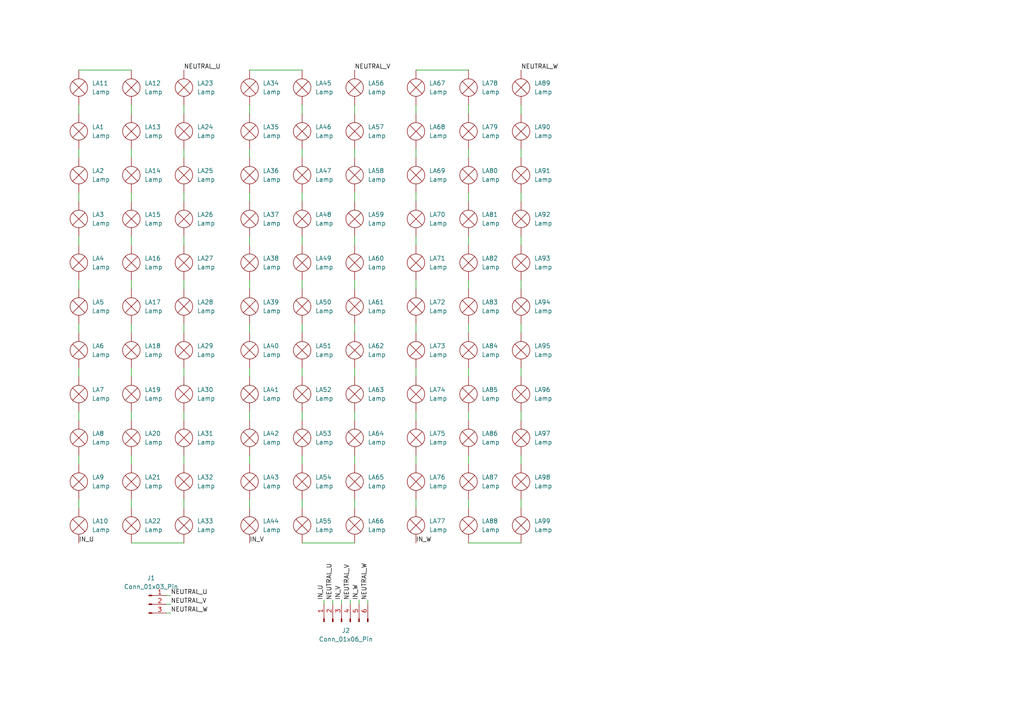
<source format=kicad_sch>
(kicad_sch (version 20230121) (generator eeschema)
  (paper "A4")
  (lib_symbols
    (symbol "Connector:Conn_01x03_Pin" (pin_names (offset 1.016) hide)
      (property "Reference" "J" (at 0 5.08 0))
      (property "Value" "Conn_01x03_Pin" (at 0 -5.08 0))
      (symbol "Conn_01x03_Pin_1_1"
        (polyline (pts (xy 1.27 -2.54) (xy 0.8636 -2.54)) (stroke (width 0.1524)))
        (polyline (pts (xy 1.27 0) (xy 0.8636 0)) (stroke (width 0.1524)))
        (polyline (pts (xy 1.27 2.54) (xy 0.8636 2.54)) (stroke (width 0.1524)))
        (rectangle (start 0.8636 -2.413) (end 0 -2.667) (stroke (width 0.1524)) (fill (type outline)))
        (rectangle (start 0.8636 0.127) (end 0 -0.127) (stroke (width 0.1524)) (fill (type outline)))
        (rectangle (start 0.8636 2.667) (end 0 2.413) (stroke (width 0.1524)) (fill (type outline)))
        (pin passive line (at 5.08 2.54 180) (length 3.81) (name "Pin_1") (number "1"))
        (pin passive line (at 5.08 0 180) (length 3.81) (name "Pin_2") (number "2"))
        (pin passive line (at 5.08 -2.54 180) (length 3.81) (name "Pin_3") (number "3"))
      )
    )
    (symbol "Connector:Conn_01x06_Pin" (pin_names (offset 1.016) hide)
      (property "Reference" "J" (at 0 7.62 0))
      (property "Value" "Conn_01x06_Pin" (at 0 -10.16 0))
      (symbol "Conn_01x06_Pin_1_1"
        (polyline (pts (xy 1.27 -7.62) (xy 0.8636 -7.62)) (stroke (width 0.1524)))
        (polyline (pts (xy 1.27 -5.08) (xy 0.8636 -5.08)) (stroke (width 0.1524)))
        (polyline (pts (xy 1.27 -2.54) (xy 0.8636 -2.54)) (stroke (width 0.1524)))
        (polyline (pts (xy 1.27 0) (xy 0.8636 0)) (stroke (width 0.1524)))
        (polyline (pts (xy 1.27 2.54) (xy 0.8636 2.54)) (stroke (width 0.1524)))
        (polyline (pts (xy 1.27 5.08) (xy 0.8636 5.08)) (stroke (width 0.1524)))
        (rectangle (start 0.8636 -7.493) (end 0 -7.747) (stroke (width 0.1524)) (fill (type outline)))
        (rectangle (start 0.8636 -4.953) (end 0 -5.207) (stroke (width 0.1524)) (fill (type outline)))
        (rectangle (start 0.8636 -2.413) (end 0 -2.667) (stroke (width 0.1524)) (fill (type outline)))
        (rectangle (start 0.8636 0.127) (end 0 -0.127) (stroke (width 0.1524)) (fill (type outline)))
        (rectangle (start 0.8636 2.667) (end 0 2.413) (stroke (width 0.1524)) (fill (type outline)))
        (rectangle (start 0.8636 5.207) (end 0 4.953) (stroke (width 0.1524)) (fill (type outline)))
        (pin passive line (at 5.08 5.08 180) (length 3.81) (name "Pin_1") (number "1"))
        (pin passive line (at 5.08 2.54 180) (length 3.81) (name "Pin_2") (number "2"))
        (pin passive line (at 5.08 0 180) (length 3.81) (name "Pin_3") (number "3"))
        (pin passive line (at 5.08 -2.54 180) (length 3.81) (name "Pin_4") (number "4"))
        (pin passive line (at 5.08 -5.08 180) (length 3.81) (name "Pin_5") (number "5"))
        (pin passive line (at 5.08 -7.62 180) (length 3.81) (name "Pin_6") (number "6"))
      )
    )
    (symbol "Device:Lamp" (pin_numbers hide) (pin_names (offset 0.0254) hide)
      (property "Reference" "LA" (at 0.635 3.81 0))
      (property "Value" "Lamp" (at 0.635 -3.81 0))
      (symbol "Lamp_0_1"
        (polyline (pts (xy -1.778 1.778) (xy 1.778 -1.778)))
        (polyline (pts (xy 1.778 1.778) (xy -1.778 -1.778)))
        (circle (center 0 0) (radius 2.54))
      )
      (symbol "Lamp_1_1"
        (pin passive line (at 0 -5.08 90) (length 2.54) (name "-") (number "1"))
        (pin passive line (at 0 5.08 270) (length 2.54) (name "+") (number "2"))
      )
    )
  )
  (wire (pts (xy 151.13 93.98) (xy 151.13 96.52)))
  (wire (pts (xy 53.34 119.38) (xy 53.34 121.92)))
  (wire (pts (xy 87.63 30.48) (xy 87.63 33.02)))
  (wire (pts (xy 53.34 55.88) (xy 53.34 58.42)))
  (wire (pts (xy 38.1 132.08) (xy 38.1 134.62)))
  (wire (pts (xy 87.63 55.88) (xy 87.63 58.42)))
  (wire (pts (xy 49.53 177.8) (xy 48.26 177.8)))
  (wire (pts (xy 38.1 157.48) (xy 53.34 157.48)))
  (wire (pts (xy 72.39 43.18) (xy 72.39 45.72)))
  (wire (pts (xy 22.86 144.78) (xy 22.86 147.32)))
  (wire (pts (xy 53.34 144.78) (xy 53.34 147.32)))
  (wire (pts (xy 135.89 81.28) (xy 135.89 83.82)))
  (wire (pts (xy 72.39 93.98) (xy 72.39 96.52)))
  (wire (pts (xy 38.1 119.38) (xy 38.1 121.92)))
  (wire (pts (xy 151.13 68.58) (xy 151.13 71.12)))
  (wire (pts (xy 102.87 68.58) (xy 102.87 71.12)))
  (wire (pts (xy 22.86 132.08) (xy 22.86 134.62)))
  (wire (pts (xy 120.65 20.32) (xy 135.89 20.32)))
  (wire (pts (xy 72.39 68.58) (xy 72.39 71.12)))
  (wire (pts (xy 151.13 106.68) (xy 151.13 109.22)))
  (wire (pts (xy 87.63 68.58) (xy 87.63 71.12)))
  (wire (pts (xy 22.86 43.18) (xy 22.86 45.72)))
  (wire (pts (xy 120.65 132.08) (xy 120.65 134.62)))
  (wire (pts (xy 72.39 20.32) (xy 87.63 20.32)))
  (wire (pts (xy 135.89 68.58) (xy 135.89 71.12)))
  (wire (pts (xy 53.34 68.58) (xy 53.34 71.12)))
  (wire (pts (xy 151.13 43.18) (xy 151.13 45.72)))
  (wire (pts (xy 120.65 106.68) (xy 120.65 109.22)))
  (wire (pts (xy 38.1 68.58) (xy 38.1 71.12)))
  (wire (pts (xy 135.89 30.48) (xy 135.89 33.02)))
  (wire (pts (xy 49.53 172.72) (xy 48.26 172.72)))
  (wire (pts (xy 72.39 55.88) (xy 72.39 58.42)))
  (wire (pts (xy 102.87 93.98) (xy 102.87 96.52)))
  (wire (pts (xy 135.89 93.98) (xy 135.89 96.52)))
  (wire (pts (xy 22.86 93.98) (xy 22.86 96.52)))
  (wire (pts (xy 102.87 55.88) (xy 102.87 58.42)))
  (wire (pts (xy 120.65 93.98) (xy 120.65 96.52)))
  (wire (pts (xy 87.63 132.08) (xy 87.63 134.62)))
  (wire (pts (xy 38.1 30.48) (xy 38.1 33.02)))
  (wire (pts (xy 135.89 55.88) (xy 135.89 58.42)))
  (wire (pts (xy 22.86 20.32) (xy 38.1 20.32)))
  (wire (pts (xy 151.13 81.28) (xy 151.13 83.82)))
  (wire (pts (xy 53.34 93.98) (xy 53.34 96.52)))
  (wire (pts (xy 120.65 68.58) (xy 120.65 71.12)))
  (wire (pts (xy 102.87 81.28) (xy 102.87 83.82)))
  (wire (pts (xy 22.86 81.28) (xy 22.86 83.82)))
  (wire (pts (xy 102.87 30.48) (xy 102.87 33.02)))
  (wire (pts (xy 87.63 81.28) (xy 87.63 83.82)))
  (wire (pts (xy 38.1 43.18) (xy 38.1 45.72)))
  (wire (pts (xy 120.65 30.48) (xy 120.65 33.02)))
  (wire (pts (xy 151.13 30.48) (xy 151.13 33.02)))
  (wire (pts (xy 120.65 43.18) (xy 120.65 45.72)))
  (wire (pts (xy 102.87 144.78) (xy 102.87 147.32)))
  (wire (pts (xy 120.65 55.88) (xy 120.65 58.42)))
  (wire (pts (xy 53.34 43.18) (xy 53.34 45.72)))
  (wire (pts (xy 102.87 119.38) (xy 102.87 121.92)))
  (wire (pts (xy 120.65 144.78) (xy 120.65 147.32)))
  (wire (pts (xy 87.63 106.68) (xy 87.63 109.22)))
  (wire (pts (xy 72.39 144.78) (xy 72.39 147.32)))
  (wire (pts (xy 104.14 173.99) (xy 104.14 175.26)))
  (wire (pts (xy 38.1 93.98) (xy 38.1 96.52)))
  (wire (pts (xy 151.13 132.08) (xy 151.13 134.62)))
  (wire (pts (xy 72.39 119.38) (xy 72.39 121.92)))
  (wire (pts (xy 135.89 132.08) (xy 135.89 134.62)))
  (wire (pts (xy 120.65 81.28) (xy 120.65 83.82)))
  (wire (pts (xy 135.89 106.68) (xy 135.89 109.22)))
  (wire (pts (xy 38.1 81.28) (xy 38.1 83.82)))
  (wire (pts (xy 87.63 144.78) (xy 87.63 147.32)))
  (wire (pts (xy 151.13 55.88) (xy 151.13 58.42)))
  (wire (pts (xy 102.87 43.18) (xy 102.87 45.72)))
  (wire (pts (xy 53.34 81.28) (xy 53.34 83.82)))
  (wire (pts (xy 106.68 173.99) (xy 106.68 175.26)))
  (wire (pts (xy 135.89 157.48) (xy 151.13 157.48)))
  (wire (pts (xy 135.89 144.78) (xy 135.89 147.32)))
  (wire (pts (xy 99.06 173.99) (xy 99.06 175.26)))
  (wire (pts (xy 96.52 173.99) (xy 96.52 175.26)))
  (wire (pts (xy 87.63 93.98) (xy 87.63 96.52)))
  (wire (pts (xy 151.13 119.38) (xy 151.13 121.92)))
  (wire (pts (xy 22.86 30.48) (xy 22.86 33.02)))
  (wire (pts (xy 102.87 132.08) (xy 102.87 134.62)))
  (wire (pts (xy 102.87 106.68) (xy 102.87 109.22)))
  (wire (pts (xy 120.65 119.38) (xy 120.65 121.92)))
  (wire (pts (xy 53.34 132.08) (xy 53.34 134.62)))
  (wire (pts (xy 87.63 43.18) (xy 87.63 45.72)))
  (wire (pts (xy 87.63 157.48) (xy 102.87 157.48)))
  (wire (pts (xy 72.39 81.28) (xy 72.39 83.82)))
  (wire (pts (xy 38.1 55.88) (xy 38.1 58.42)))
  (wire (pts (xy 72.39 106.68) (xy 72.39 109.22)))
  (wire (pts (xy 22.86 106.68) (xy 22.86 109.22)))
  (wire (pts (xy 93.98 173.99) (xy 93.98 175.26)))
  (wire (pts (xy 135.89 43.18) (xy 135.89 45.72)))
  (wire (pts (xy 101.6 173.99) (xy 101.6 175.26)))
  (wire (pts (xy 53.34 106.68) (xy 53.34 109.22)))
  (wire (pts (xy 135.89 119.38) (xy 135.89 121.92)))
  (wire (pts (xy 22.86 55.88) (xy 22.86 58.42)))
  (wire (pts (xy 72.39 132.08) (xy 72.39 134.62)))
  (wire (pts (xy 87.63 119.38) (xy 87.63 121.92)))
  (wire (pts (xy 49.53 175.26) (xy 48.26 175.26)))
  (wire (pts (xy 53.34 30.48) (xy 53.34 33.02)))
  (wire (pts (xy 22.86 119.38) (xy 22.86 121.92)))
  (wire (pts (xy 151.13 144.78) (xy 151.13 147.32)))
  (wire (pts (xy 38.1 144.78) (xy 38.1 147.32)))
  (wire (pts (xy 72.39 30.48) (xy 72.39 33.02)))
  (wire (pts (xy 38.1 106.68) (xy 38.1 109.22)))
  (wire (pts (xy 22.86 68.58) (xy 22.86 71.12)))
  (label "IN_V" (at 72.39 157.48 0))
  (label "NEUTRAL_U" (at 49.53 172.72 0))
  (label "NEUTRAL_V" (at 49.53 175.26 0))
  (label "NEUTRAL_U" (at 96.52 173.99 90))
  (label "NEUTRAL_V" (at 101.6 173.99 90))
  (label "IN_U" (at 22.86 157.48 0))
  (label "IN_W" (at 120.65 157.48 0))
  (label "NEUTRAL_U" (at 53.34 20.32 0))
  (label "NEUTRAL_W" (at 151.13 20.32 0))
  (label "NEUTRAL_V" (at 102.87 20.32 0))
  (label "IN_W" (at 104.14 173.99 90))
  (label "NEUTRAL_W" (at 49.53 177.8 0))
  (label "NEUTRAL_W" (at 106.68 173.99 90))
  (label "IN_V" (at 99.06 173.99 90))
  (label "IN_U" (at 93.98 173.99 90))
  (symbol (lib_id "Device:Lamp") (at 151.13 114.3 0) (unit 1)
    (property "Reference" "LA96" (at 154.94 113.03 0) (effects (justify left)))
    (property "Value" "Lamp" (at 154.94 115.57 0) (effects (justify left)))
    (property "Footprint" "Connector_PinHeader_2.54mm:PinHeader_1x02_P2.54mm_Vertical" (effects hide))
  )
  (symbol (lib_id "Device:Lamp") (at 135.89 63.5 0) (unit 1)
    (property "Reference" "LA81" (at 139.7 62.23 0) (effects (justify left)))
    (property "Value" "Lamp" (at 139.7 64.77 0) (effects (justify left)))
    (property "Footprint" "Connector_PinHeader_2.54mm:PinHeader_1x02_P2.54mm_Vertical" (effects hide))
  )
  (symbol (lib_id "Device:Lamp") (at 22.86 63.5 0) (unit 1)
    (property "Reference" "LA3" (at 26.67 62.23 0) (effects (justify left)))
    (property "Value" "Lamp" (at 26.67 64.77 0) (effects (justify left)))
    (property "Footprint" "Connector_PinHeader_2.54mm:PinHeader_1x02_P2.54mm_Vertical" (effects hide))
  )
  (symbol (lib_id "Device:Lamp") (at 72.39 76.2 0) (unit 1)
    (property "Reference" "LA38" (at 76.2 74.93 0) (effects (justify left)))
    (property "Value" "Lamp" (at 76.2 77.47 0) (effects (justify left)))
    (property "Footprint" "Connector_PinHeader_2.54mm:PinHeader_1x02_P2.54mm_Vertical" (effects hide))
  )
  (symbol (lib_id "Device:Lamp") (at 72.39 127 0) (unit 1)
    (property "Reference" "LA42" (at 76.2 125.73 0) (effects (justify left)))
    (property "Value" "Lamp" (at 76.2 128.27 0) (effects (justify left)))
    (property "Footprint" "Connector_PinHeader_2.54mm:PinHeader_1x02_P2.54mm_Vertical" (effects hide))
  )
  (symbol (lib_id "Device:Lamp") (at 38.1 63.5 0) (unit 1)
    (property "Reference" "LA15" (at 41.91 62.23 0) (effects (justify left)))
    (property "Value" "Lamp" (at 41.91 64.77 0) (effects (justify left)))
    (property "Footprint" "Connector_PinHeader_2.54mm:PinHeader_1x02_P2.54mm_Vertical" (effects hide))
  )
  (symbol (lib_id "Device:Lamp") (at 120.65 38.1 0) (unit 1)
    (property "Reference" "LA68" (at 124.46 36.83 0) (effects (justify left)))
    (property "Value" "Lamp" (at 124.46 39.37 0) (effects (justify left)))
    (property "Footprint" "Connector_PinHeader_2.54mm:PinHeader_1x02_P2.54mm_Vertical" (effects hide))
  )
  (symbol (lib_id "Device:Lamp") (at 135.89 101.6 0) (unit 1)
    (property "Reference" "LA84" (at 139.7 100.33 0) (effects (justify left)))
    (property "Value" "Lamp" (at 139.7 102.87 0) (effects (justify left)))
    (property "Footprint" "Connector_PinHeader_2.54mm:PinHeader_1x02_P2.54mm_Vertical" (effects hide))
  )
  (symbol (lib_id "Device:Lamp") (at 151.13 127 0) (unit 1)
    (property "Reference" "LA97" (at 154.94 125.73 0) (effects (justify left)))
    (property "Value" "Lamp" (at 154.94 128.27 0) (effects (justify left)))
    (property "Footprint" "Connector_PinHeader_2.54mm:PinHeader_1x02_P2.54mm_Vertical" (effects hide))
  )
  (symbol (lib_id "Device:Lamp") (at 38.1 114.3 0) (unit 1)
    (property "Reference" "LA19" (at 41.91 113.03 0) (effects (justify left)))
    (property "Value" "Lamp" (at 41.91 115.57 0) (effects (justify left)))
    (property "Footprint" "Connector_PinHeader_2.54mm:PinHeader_1x02_P2.54mm_Vertical" (effects hide))
  )
  (symbol (lib_id "Device:Lamp") (at 53.34 76.2 0) (unit 1)
    (property "Reference" "LA27" (at 57.15 74.93 0) (effects (justify left)))
    (property "Value" "Lamp" (at 57.15 77.47 0) (effects (justify left)))
    (property "Footprint" "Connector_PinHeader_2.54mm:PinHeader_1x02_P2.54mm_Vertical" (effects hide))
  )
  (symbol (lib_id "Device:Lamp") (at 87.63 76.2 0) (unit 1)
    (property "Reference" "LA49" (at 91.44 74.93 0) (effects (justify left)))
    (property "Value" "Lamp" (at 91.44 77.47 0) (effects (justify left)))
    (property "Footprint" "Connector_PinHeader_2.54mm:PinHeader_1x02_P2.54mm_Vertical" (effects hide))
  )
  (symbol (lib_id "Device:Lamp") (at 120.65 127 0) (unit 1)
    (property "Reference" "LA75" (at 124.46 125.73 0) (effects (justify left)))
    (property "Value" "Lamp" (at 124.46 128.27 0) (effects (justify left)))
    (property "Footprint" "Connector_PinHeader_2.54mm:PinHeader_1x02_P2.54mm_Vertical" (effects hide))
  )
  (symbol (lib_id "Device:Lamp") (at 22.86 76.2 0) (unit 1)
    (property "Reference" "LA4" (at 26.67 74.93 0) (effects (justify left)))
    (property "Value" "Lamp" (at 26.67 77.47 0) (effects (justify left)))
    (property "Footprint" "Connector_PinHeader_2.54mm:PinHeader_1x02_P2.54mm_Vertical" (effects hide))
  )
  (symbol (lib_id "Device:Lamp") (at 72.39 139.7 0) (unit 1)
    (property "Reference" "LA43" (at 76.2 138.43 0) (effects (justify left)))
    (property "Value" "Lamp" (at 76.2 140.97 0) (effects (justify left)))
    (property "Footprint" "Connector_PinHeader_2.54mm:PinHeader_1x02_P2.54mm_Vertical" (effects hide))
  )
  (symbol (lib_id "Device:Lamp") (at 102.87 114.3 0) (unit 1)
    (property "Reference" "LA63" (at 106.68 113.03 0) (effects (justify left)))
    (property "Value" "Lamp" (at 106.68 115.57 0) (effects (justify left)))
    (property "Footprint" "Connector_PinHeader_2.54mm:PinHeader_1x02_P2.54mm_Vertical" (effects hide))
  )
  (symbol (lib_id "Device:Lamp") (at 38.1 127 0) (unit 1)
    (property "Reference" "LA20" (at 41.91 125.73 0) (effects (justify left)))
    (property "Value" "Lamp" (at 41.91 128.27 0) (effects (justify left)))
    (property "Footprint" "Connector_PinHeader_2.54mm:PinHeader_1x02_P2.54mm_Vertical" (effects hide))
  )
  (symbol (lib_id "Device:Lamp") (at 38.1 50.8 0) (unit 1)
    (property "Reference" "LA14" (at 41.91 49.53 0) (effects (justify left)))
    (property "Value" "Lamp" (at 41.91 52.07 0) (effects (justify left)))
    (property "Footprint" "Connector_PinHeader_2.54mm:PinHeader_1x02_P2.54mm_Vertical" (effects hide))
  )
  (symbol (lib_id "Device:Lamp") (at 38.1 139.7 0) (unit 1)
    (property "Reference" "LA21" (at 41.91 138.43 0) (effects (justify left)))
    (property "Value" "Lamp" (at 41.91 140.97 0) (effects (justify left)))
    (property "Footprint" "Connector_PinHeader_2.54mm:PinHeader_1x02_P2.54mm_Vertical" (effects hide))
  )
  (symbol (lib_id "Device:Lamp") (at 72.39 101.6 0) (unit 1)
    (property "Reference" "LA40" (at 76.2 100.33 0) (effects (justify left)))
    (property "Value" "Lamp" (at 76.2 102.87 0) (effects (justify left)))
    (property "Footprint" "Connector_PinHeader_2.54mm:PinHeader_1x02_P2.54mm_Vertical" (effects hide))
  )
  (symbol (lib_id "Device:Lamp") (at 22.86 50.8 0) (unit 1)
    (property "Reference" "LA2" (at 26.67 49.53 0) (effects (justify left)))
    (property "Value" "Lamp" (at 26.67 52.07 0) (effects (justify left)))
    (property "Footprint" "Connector_PinHeader_2.54mm:PinHeader_1x02_P2.54mm_Vertical" (effects hide))
  )
  (symbol (lib_id "Device:Lamp") (at 135.89 25.4 0) (unit 1)
    (property "Reference" "LA78" (at 139.7 24.13 0) (effects (justify left)))
    (property "Value" "Lamp" (at 139.7 26.67 0) (effects (justify left)))
    (property "Footprint" "Connector_PinHeader_2.54mm:PinHeader_1x02_P2.54mm_Vertical" (effects hide))
  )
  (symbol (lib_id "Device:Lamp") (at 102.87 50.8 0) (unit 1)
    (property "Reference" "LA58" (at 106.68 49.53 0) (effects (justify left)))
    (property "Value" "Lamp" (at 106.68 52.07 0) (effects (justify left)))
    (property "Footprint" "Connector_PinHeader_2.54mm:PinHeader_1x02_P2.54mm_Vertical" (effects hide))
  )
  (symbol (lib_id "Device:Lamp") (at 72.39 88.9 0) (unit 1)
    (property "Reference" "LA39" (at 76.2 87.63 0) (effects (justify left)))
    (property "Value" "Lamp" (at 76.2 90.17 0) (effects (justify left)))
    (property "Footprint" "Connector_PinHeader_2.54mm:PinHeader_1x02_P2.54mm_Vertical" (effects hide))
  )
  (symbol (lib_id "Device:Lamp") (at 135.89 88.9 0) (unit 1)
    (property "Reference" "LA83" (at 139.7 87.63 0) (effects (justify left)))
    (property "Value" "Lamp" (at 139.7 90.17 0) (effects (justify left)))
    (property "Footprint" "Connector_PinHeader_2.54mm:PinHeader_1x02_P2.54mm_Vertical" (effects hide))
  )
  (symbol (lib_id "Device:Lamp") (at 72.39 25.4 0) (unit 1)
    (property "Reference" "LA34" (at 76.2 24.13 0) (effects (justify left)))
    (property "Value" "Lamp" (at 76.2 26.67 0) (effects (justify left)))
    (property "Footprint" "Connector_PinHeader_2.54mm:PinHeader_1x02_P2.54mm_Vertical" (effects hide))
  )
  (symbol (lib_id "Device:Lamp") (at 102.87 139.7 0) (unit 1)
    (property "Reference" "LA65" (at 106.68 138.43 0) (effects (justify left)))
    (property "Value" "Lamp" (at 106.68 140.97 0) (effects (justify left)))
    (property "Footprint" "Connector_PinHeader_2.54mm:PinHeader_1x02_P2.54mm_Vertical" (effects hide))
  )
  (symbol (lib_id "Device:Lamp") (at 120.65 114.3 0) (unit 1)
    (property "Reference" "LA74" (at 124.46 113.03 0) (effects (justify left)))
    (property "Value" "Lamp" (at 124.46 115.57 0) (effects (justify left)))
    (property "Footprint" "Connector_PinHeader_2.54mm:PinHeader_1x02_P2.54mm_Vertical" (effects hide))
  )
  (symbol (lib_id "Device:Lamp") (at 38.1 76.2 0) (unit 1)
    (property "Reference" "LA16" (at 41.91 74.93 0) (effects (justify left)))
    (property "Value" "Lamp" (at 41.91 77.47 0) (effects (justify left)))
    (property "Footprint" "Connector_PinHeader_2.54mm:PinHeader_1x02_P2.54mm_Vertical" (effects hide))
  )
  (symbol (lib_id "Device:Lamp") (at 87.63 139.7 0) (unit 1)
    (property "Reference" "LA54" (at 91.44 138.43 0) (effects (justify left)))
    (property "Value" "Lamp" (at 91.44 140.97 0) (effects (justify left)))
    (property "Footprint" "Connector_PinHeader_2.54mm:PinHeader_1x02_P2.54mm_Vertical" (effects hide))
  )
  (symbol (lib_id "Device:Lamp") (at 120.65 139.7 0) (unit 1)
    (property "Reference" "LA76" (at 124.46 138.43 0) (effects (justify left)))
    (property "Value" "Lamp" (at 124.46 140.97 0) (effects (justify left)))
    (property "Footprint" "Connector_PinHeader_2.54mm:PinHeader_1x02_P2.54mm_Vertical" (effects hide))
  )
  (symbol (lib_id "Device:Lamp") (at 38.1 101.6 0) (unit 1)
    (property "Reference" "LA18" (at 41.91 100.33 0) (effects (justify left)))
    (property "Value" "Lamp" (at 41.91 102.87 0) (effects (justify left)))
    (property "Footprint" "Connector_PinHeader_2.54mm:PinHeader_1x02_P2.54mm_Vertical" (effects hide))
  )
  (symbol (lib_id "Device:Lamp") (at 87.63 38.1 0) (unit 1)
    (property "Reference" "LA46" (at 91.44 36.83 0) (effects (justify left)))
    (property "Value" "Lamp" (at 91.44 39.37 0) (effects (justify left)))
    (property "Footprint" "Connector_PinHeader_2.54mm:PinHeader_1x02_P2.54mm_Vertical" (effects hide))
  )
  (symbol (lib_id "Device:Lamp") (at 22.86 139.7 0) (unit 1)
    (property "Reference" "LA9" (at 26.67 138.43 0) (effects (justify left)))
    (property "Value" "Lamp" (at 26.67 140.97 0) (effects (justify left)))
    (property "Footprint" "Connector_PinHeader_2.54mm:PinHeader_1x02_P2.54mm_Vertical" (effects hide))
  )
  (symbol (lib_id "Device:Lamp") (at 22.86 114.3 0) (unit 1)
    (property "Reference" "LA7" (at 26.67 113.03 0) (effects (justify left)))
    (property "Value" "Lamp" (at 26.67 115.57 0) (effects (justify left)))
    (property "Footprint" "Connector_PinHeader_2.54mm:PinHeader_1x02_P2.54mm_Vertical" (effects hide))
  )
  (symbol (lib_id "Device:Lamp") (at 151.13 152.4 0) (unit 1)
    (property "Reference" "LA99" (at 154.94 151.13 0) (effects (justify left)))
    (property "Value" "Lamp" (at 154.94 153.67 0) (effects (justify left)))
    (property "Footprint" "Connector_PinHeader_2.54mm:PinHeader_1x02_P2.54mm_Vertical" (effects hide))
  )
  (symbol (lib_id "Device:Lamp") (at 151.13 101.6 0) (unit 1)
    (property "Reference" "LA95" (at 154.94 100.33 0) (effects (justify left)))
    (property "Value" "Lamp" (at 154.94 102.87 0) (effects (justify left)))
    (property "Footprint" "Connector_PinHeader_2.54mm:PinHeader_1x02_P2.54mm_Vertical" (effects hide))
  )
  (symbol (lib_id "Device:Lamp") (at 38.1 25.4 0) (unit 1)
    (property "Reference" "LA12" (at 41.91 24.13 0) (effects (justify left)))
    (property "Value" "Lamp" (at 41.91 26.67 0) (effects (justify left)))
    (property "Footprint" "Connector_PinHeader_2.54mm:PinHeader_1x02_P2.54mm_Vertical" (effects hide))
  )
  (symbol (lib_id "Connector:Conn_01x03_Pin") (at 43.18 175.26 0) (unit 1)
    (property "Reference" "J1" (at 43.815 167.64 0))
    (property "Value" "Conn_01x03_Pin" (at 43.815 170.18 0))
    (property "Footprint" "Connector_Phoenix_MC_HighVoltage:PhoenixContact_MC_1,5_3-G-5.08_1x03_P5.08mm_Horizontal" (effects hide))
  )
  (symbol (lib_id "Device:Lamp") (at 53.34 114.3 0) (unit 1)
    (property "Reference" "LA30" (at 57.15 113.03 0) (effects (justify left)))
    (property "Value" "Lamp" (at 57.15 115.57 0) (effects (justify left)))
    (property "Footprint" "Connector_PinHeader_2.54mm:PinHeader_1x02_P2.54mm_Vertical" (effects hide))
  )
  (symbol (lib_id "Device:Lamp") (at 102.87 38.1 0) (unit 1)
    (property "Reference" "LA57" (at 106.68 36.83 0) (effects (justify left)))
    (property "Value" "Lamp" (at 106.68 39.37 0) (effects (justify left)))
    (property "Footprint" "Connector_PinHeader_2.54mm:PinHeader_1x02_P2.54mm_Vertical" (effects hide))
  )
  (symbol (lib_id "Device:Lamp") (at 120.65 50.8 0) (unit 1)
    (property "Reference" "LA69" (at 124.46 49.53 0) (effects (justify left)))
    (property "Value" "Lamp" (at 124.46 52.07 0) (effects (justify left)))
    (property "Footprint" "Connector_PinHeader_2.54mm:PinHeader_1x02_P2.54mm_Vertical" (effects hide))
  )
  (symbol (lib_id "Device:Lamp") (at 22.86 25.4 0) (unit 1)
    (property "Reference" "LA11" (at 26.67 24.13 0) (effects (justify left)))
    (property "Value" "Lamp" (at 26.67 26.67 0) (effects (justify left)))
    (property "Footprint" "Connector_PinHeader_2.54mm:PinHeader_1x02_P2.54mm_Vertical" (effects hide))
  )
  (symbol (lib_id "Device:Lamp") (at 120.65 76.2 0) (unit 1)
    (property "Reference" "LA71" (at 124.46 74.93 0) (effects (justify left)))
    (property "Value" "Lamp" (at 124.46 77.47 0) (effects (justify left)))
    (property "Footprint" "Connector_PinHeader_2.54mm:PinHeader_1x02_P2.54mm_Vertical" (effects hide))
  )
  (symbol (lib_id "Device:Lamp") (at 102.87 76.2 0) (unit 1)
    (property "Reference" "LA60" (at 106.68 74.93 0) (effects (justify left)))
    (property "Value" "Lamp" (at 106.68 77.47 0) (effects (justify left)))
    (property "Footprint" "Connector_PinHeader_2.54mm:PinHeader_1x02_P2.54mm_Vertical" (effects hide))
  )
  (symbol (lib_id "Device:Lamp") (at 120.65 152.4 0) (unit 1)
    (property "Reference" "LA77" (at 124.46 151.13 0) (effects (justify left)))
    (property "Value" "Lamp" (at 124.46 153.67 0) (effects (justify left)))
    (property "Footprint" "Connector_PinHeader_2.54mm:PinHeader_1x02_P2.54mm_Vertical" (effects hide))
  )
  (symbol (lib_id "Device:Lamp") (at 135.89 76.2 0) (unit 1)
    (property "Reference" "LA82" (at 139.7 74.93 0) (effects (justify left)))
    (property "Value" "Lamp" (at 139.7 77.47 0) (effects (justify left)))
    (property "Footprint" "Connector_PinHeader_2.54mm:PinHeader_1x02_P2.54mm_Vertical" (effects hide))
  )
  (symbol (lib_id "Device:Lamp") (at 53.34 38.1 0) (unit 1)
    (property "Reference" "LA24" (at 57.15 36.83 0) (effects (justify left)))
    (property "Value" "Lamp" (at 57.15 39.37 0) (effects (justify left)))
    (property "Footprint" "Connector_PinHeader_2.54mm:PinHeader_1x02_P2.54mm_Vertical" (effects hide))
  )
  (symbol (lib_id "Device:Lamp") (at 22.86 127 0) (unit 1)
    (property "Reference" "LA8" (at 26.67 125.73 0) (effects (justify left)))
    (property "Value" "Lamp" (at 26.67 128.27 0) (effects (justify left)))
    (property "Footprint" "Connector_PinHeader_2.54mm:PinHeader_1x02_P2.54mm_Vertical" (effects hide))
  )
  (symbol (lib_id "Device:Lamp") (at 72.39 152.4 0) (unit 1)
    (property "Reference" "LA44" (at 76.2 151.13 0) (effects (justify left)))
    (property "Value" "Lamp" (at 76.2 153.67 0) (effects (justify left)))
    (property "Footprint" "Connector_PinHeader_2.54mm:PinHeader_1x02_P2.54mm_Vertical" (effects hide))
  )
  (symbol (lib_id "Device:Lamp") (at 151.13 63.5 0) (unit 1)
    (property "Reference" "LA92" (at 154.94 62.23 0) (effects (justify left)))
    (property "Value" "Lamp" (at 154.94 64.77 0) (effects (justify left)))
    (property "Footprint" "Connector_PinHeader_2.54mm:PinHeader_1x02_P2.54mm_Vertical" (effects hide))
  )
  (symbol (lib_id "Device:Lamp") (at 53.34 139.7 0) (unit 1)
    (property "Reference" "LA32" (at 57.15 138.43 0) (effects (justify left)))
    (property "Value" "Lamp" (at 57.15 140.97 0) (effects (justify left)))
    (property "Footprint" "Connector_PinHeader_2.54mm:PinHeader_1x02_P2.54mm_Vertical" (effects hide))
  )
  (symbol (lib_id "Device:Lamp") (at 120.65 25.4 0) (unit 1)
    (property "Reference" "LA67" (at 124.46 24.13 0) (effects (justify left)))
    (property "Value" "Lamp" (at 124.46 26.67 0) (effects (justify left)))
    (property "Footprint" "Connector_PinHeader_2.54mm:PinHeader_1x02_P2.54mm_Vertical" (effects hide))
  )
  (symbol (lib_id "Device:Lamp") (at 151.13 38.1 0) (unit 1)
    (property "Reference" "LA90" (at 154.94 36.83 0) (effects (justify left)))
    (property "Value" "Lamp" (at 154.94 39.37 0) (effects (justify left)))
    (property "Footprint" "Connector_PinHeader_2.54mm:PinHeader_1x02_P2.54mm_Vertical" (effects hide))
  )
  (symbol (lib_id "Device:Lamp") (at 87.63 88.9 0) (unit 1)
    (property "Reference" "LA50" (at 91.44 87.63 0) (effects (justify left)))
    (property "Value" "Lamp" (at 91.44 90.17 0) (effects (justify left)))
    (property "Footprint" "Connector_PinHeader_2.54mm:PinHeader_1x02_P2.54mm_Vertical" (effects hide))
  )
  (symbol (lib_id "Device:Lamp") (at 53.34 25.4 0) (unit 1)
    (property "Reference" "LA23" (at 57.15 24.13 0) (effects (justify left)))
    (property "Value" "Lamp" (at 57.15 26.67 0) (effects (justify left)))
    (property "Footprint" "Connector_PinHeader_2.54mm:PinHeader_1x02_P2.54mm_Vertical" (effects hide))
  )
  (symbol (lib_id "Device:Lamp") (at 120.65 88.9 0) (unit 1)
    (property "Reference" "LA72" (at 124.46 87.63 0) (effects (justify left)))
    (property "Value" "Lamp" (at 124.46 90.17 0) (effects (justify left)))
    (property "Footprint" "Connector_PinHeader_2.54mm:PinHeader_1x02_P2.54mm_Vertical" (effects hide))
  )
  (symbol (lib_id "Device:Lamp") (at 102.87 63.5 0) (unit 1)
    (property "Reference" "LA59" (at 106.68 62.23 0) (effects (justify left)))
    (property "Value" "Lamp" (at 106.68 64.77 0) (effects (justify left)))
    (property "Footprint" "Connector_PinHeader_2.54mm:PinHeader_1x02_P2.54mm_Vertical" (effects hide))
  )
  (symbol (lib_id "Device:Lamp") (at 53.34 50.8 0) (unit 1)
    (property "Reference" "LA25" (at 57.15 49.53 0) (effects (justify left)))
    (property "Value" "Lamp" (at 57.15 52.07 0) (effects (justify left)))
    (property "Footprint" "Connector_PinHeader_2.54mm:PinHeader_1x02_P2.54mm_Vertical" (effects hide))
  )
  (symbol (lib_id "Device:Lamp") (at 87.63 25.4 0) (unit 1)
    (property "Reference" "LA45" (at 91.44 24.13 0) (effects (justify left)))
    (property "Value" "Lamp" (at 91.44 26.67 0) (effects (justify left)))
    (property "Footprint" "Connector_PinHeader_2.54mm:PinHeader_1x02_P2.54mm_Vertical" (effects hide))
  )
  (symbol (lib_id "Device:Lamp") (at 135.89 38.1 0) (unit 1)
    (property "Reference" "LA79" (at 139.7 36.83 0) (effects (justify left)))
    (property "Value" "Lamp" (at 139.7 39.37 0) (effects (justify left)))
    (property "Footprint" "Connector_PinHeader_2.54mm:PinHeader_1x02_P2.54mm_Vertical" (effects hide))
  )
  (symbol (lib_id "Device:Lamp") (at 72.39 114.3 0) (unit 1)
    (property "Reference" "LA41" (at 76.2 113.03 0) (effects (justify left)))
    (property "Value" "Lamp" (at 76.2 115.57 0) (effects (justify left)))
    (property "Footprint" "Connector_PinHeader_2.54mm:PinHeader_1x02_P2.54mm_Vertical" (effects hide))
  )
  (symbol (lib_id "Device:Lamp") (at 87.63 50.8 0) (unit 1)
    (property "Reference" "LA47" (at 91.44 49.53 0) (effects (justify left)))
    (property "Value" "Lamp" (at 91.44 52.07 0) (effects (justify left)))
    (property "Footprint" "Connector_PinHeader_2.54mm:PinHeader_1x02_P2.54mm_Vertical" (effects hide))
  )
  (symbol (lib_id "Device:Lamp") (at 102.87 152.4 0) (unit 1)
    (property "Reference" "LA66" (at 106.68 151.13 0) (effects (justify left)))
    (property "Value" "Lamp" (at 106.68 153.67 0) (effects (justify left)))
    (property "Footprint" "Connector_PinHeader_2.54mm:PinHeader_1x02_P2.54mm_Vertical" (effects hide))
  )
  (symbol (lib_id "Device:Lamp") (at 22.86 88.9 0) (unit 1)
    (property "Reference" "LA5" (at 26.67 87.63 0) (effects (justify left)))
    (property "Value" "Lamp" (at 26.67 90.17 0) (effects (justify left)))
    (property "Footprint" "Connector_PinHeader_2.54mm:PinHeader_1x02_P2.54mm_Vertical" (effects hide))
  )
  (symbol (lib_id "Device:Lamp") (at 38.1 88.9 0) (unit 1)
    (property "Reference" "LA17" (at 41.91 87.63 0) (effects (justify left)))
    (property "Value" "Lamp" (at 41.91 90.17 0) (effects (justify left)))
    (property "Footprint" "Connector_PinHeader_2.54mm:PinHeader_1x02_P2.54mm_Vertical" (effects hide))
  )
  (symbol (lib_id "Device:Lamp") (at 38.1 152.4 0) (unit 1)
    (property "Reference" "LA22" (at 41.91 151.13 0) (effects (justify left)))
    (property "Value" "Lamp" (at 41.91 153.67 0) (effects (justify left)))
    (property "Footprint" "Connector_PinHeader_2.54mm:PinHeader_1x02_P2.54mm_Vertical" (effects hide))
  )
  (symbol (lib_id "Device:Lamp") (at 120.65 63.5 0) (unit 1)
    (property "Reference" "LA70" (at 124.46 62.23 0) (effects (justify left)))
    (property "Value" "Lamp" (at 124.46 64.77 0) (effects (justify left)))
    (property "Footprint" "Connector_PinHeader_2.54mm:PinHeader_1x02_P2.54mm_Vertical" (effects hide))
  )
  (symbol (lib_id "Device:Lamp") (at 22.86 38.1 0) (unit 1)
    (property "Reference" "LA1" (at 26.67 36.83 0) (effects (justify left)))
    (property "Value" "Lamp" (at 26.67 39.37 0) (effects (justify left)))
    (property "Footprint" "Connector_PinHeader_2.54mm:PinHeader_1x02_P2.54mm_Vertical" (effects hide))
  )
  (symbol (lib_id "Device:Lamp") (at 102.87 25.4 0) (unit 1)
    (property "Reference" "LA56" (at 106.68 24.13 0) (effects (justify left)))
    (property "Value" "Lamp" (at 106.68 26.67 0) (effects (justify left)))
    (property "Footprint" "Connector_PinHeader_2.54mm:PinHeader_1x02_P2.54mm_Vertical" (effects hide))
  )
  (symbol (lib_id "Device:Lamp") (at 87.63 152.4 0) (unit 1)
    (property "Reference" "LA55" (at 91.44 151.13 0) (effects (justify left)))
    (property "Value" "Lamp" (at 91.44 153.67 0) (effects (justify left)))
    (property "Footprint" "Connector_PinHeader_2.54mm:PinHeader_1x02_P2.54mm_Vertical" (effects hide))
  )
  (symbol (lib_id "Device:Lamp") (at 53.34 152.4 0) (unit 1)
    (property "Reference" "LA33" (at 57.15 151.13 0) (effects (justify left)))
    (property "Value" "Lamp" (at 57.15 153.67 0) (effects (justify left)))
    (property "Footprint" "Connector_PinHeader_2.54mm:PinHeader_1x02_P2.54mm_Vertical" (effects hide))
  )
  (symbol (lib_id "Device:Lamp") (at 22.86 152.4 0) (unit 1)
    (property "Reference" "LA10" (at 26.67 151.13 0) (effects (justify left)))
    (property "Value" "Lamp" (at 26.67 153.67 0) (effects (justify left)))
    (property "Footprint" "Connector_PinHeader_2.54mm:PinHeader_1x02_P2.54mm_Vertical" (effects hide))
  )
  (symbol (lib_id "Device:Lamp") (at 135.89 127 0) (unit 1)
    (property "Reference" "LA86" (at 139.7 125.73 0) (effects (justify left)))
    (property "Value" "Lamp" (at 139.7 128.27 0) (effects (justify left)))
    (property "Footprint" "Connector_PinHeader_2.54mm:PinHeader_1x02_P2.54mm_Vertical" (effects hide))
  )
  (symbol (lib_id "Device:Lamp") (at 120.65 101.6 0) (unit 1)
    (property "Reference" "LA73" (at 124.46 100.33 0) (effects (justify left)))
    (property "Value" "Lamp" (at 124.46 102.87 0) (effects (justify left)))
    (property "Footprint" "Connector_PinHeader_2.54mm:PinHeader_1x02_P2.54mm_Vertical" (effects hide))
  )
  (symbol (lib_id "Device:Lamp") (at 87.63 101.6 0) (unit 1)
    (property "Reference" "LA51" (at 91.44 100.33 0) (effects (justify left)))
    (property "Value" "Lamp" (at 91.44 102.87 0) (effects (justify left)))
    (property "Footprint" "Connector_PinHeader_2.54mm:PinHeader_1x02_P2.54mm_Vertical" (effects hide))
  )
  (symbol (lib_id "Device:Lamp") (at 151.13 50.8 0) (unit 1)
    (property "Reference" "LA91" (at 154.94 49.53 0) (effects (justify left)))
    (property "Value" "Lamp" (at 154.94 52.07 0) (effects (justify left)))
    (property "Footprint" "Connector_PinHeader_2.54mm:PinHeader_1x02_P2.54mm_Vertical" (effects hide))
  )
  (symbol (lib_id "Device:Lamp") (at 151.13 25.4 0) (unit 1)
    (property "Reference" "LA89" (at 154.94 24.13 0) (effects (justify left)))
    (property "Value" "Lamp" (at 154.94 26.67 0) (effects (justify left)))
    (property "Footprint" "Connector_PinHeader_2.54mm:PinHeader_1x02_P2.54mm_Vertical" (effects hide))
  )
  (symbol (lib_id "Device:Lamp") (at 38.1 38.1 0) (unit 1)
    (property "Reference" "LA13" (at 41.91 36.83 0) (effects (justify left)))
    (property "Value" "Lamp" (at 41.91 39.37 0) (effects (justify left)))
    (property "Footprint" "Connector_PinHeader_2.54mm:PinHeader_1x02_P2.54mm_Vertical" (effects hide))
  )
  (symbol (lib_id "Device:Lamp") (at 151.13 139.7 0) (unit 1)
    (property "Reference" "LA98" (at 154.94 138.43 0) (effects (justify left)))
    (property "Value" "Lamp" (at 154.94 140.97 0) (effects (justify left)))
    (property "Footprint" "Connector_PinHeader_2.54mm:PinHeader_1x02_P2.54mm_Vertical" (effects hide))
  )
  (symbol (lib_id "Device:Lamp") (at 102.87 101.6 0) (unit 1)
    (property "Reference" "LA62" (at 106.68 100.33 0) (effects (justify left)))
    (property "Value" "Lamp" (at 106.68 102.87 0) (effects (justify left)))
    (property "Footprint" "Connector_PinHeader_2.54mm:PinHeader_1x02_P2.54mm_Vertical" (effects hide))
  )
  (symbol (lib_id "Device:Lamp") (at 151.13 88.9 0) (unit 1)
    (property "Reference" "LA94" (at 154.94 87.63 0) (effects (justify left)))
    (property "Value" "Lamp" (at 154.94 90.17 0) (effects (justify left)))
    (property "Footprint" "Connector_PinHeader_2.54mm:PinHeader_1x02_P2.54mm_Vertical" (effects hide))
  )
  (symbol (lib_id "Device:Lamp") (at 53.34 127 0) (unit 1)
    (property "Reference" "LA31" (at 57.15 125.73 0) (effects (justify left)))
    (property "Value" "Lamp" (at 57.15 128.27 0) (effects (justify left)))
    (property "Footprint" "Connector_PinHeader_2.54mm:PinHeader_1x02_P2.54mm_Vertical" (effects hide))
  )
  (symbol (lib_id "Connector:Conn_01x06_Pin") (at 99.06 180.34 90) (unit 1)
    (property "Reference" "J2" (at 100.33 182.88 90))
    (property "Value" "Conn_01x06_Pin" (at 100.33 185.42 90))
    (property "Footprint" "Connector_Phoenix_MC_HighVoltage:PhoenixContact_MC_1,5_6-G-5.08_1x06_P5.08mm_Horizontal" (effects hide))
  )
  (symbol (lib_id "Device:Lamp") (at 72.39 38.1 0) (unit 1)
    (property "Reference" "LA35" (at 76.2 36.83 0) (effects (justify left)))
    (property "Value" "Lamp" (at 76.2 39.37 0) (effects (justify left)))
    (property "Footprint" "Connector_PinHeader_2.54mm:PinHeader_1x02_P2.54mm_Vertical" (effects hide))
  )
  (symbol (lib_id "Device:Lamp") (at 53.34 101.6 0) (unit 1)
    (property "Reference" "LA29" (at 57.15 100.33 0) (effects (justify left)))
    (property "Value" "Lamp" (at 57.15 102.87 0) (effects (justify left)))
    (property "Footprint" "Connector_PinHeader_2.54mm:PinHeader_1x02_P2.54mm_Vertical" (effects hide))
  )
  (symbol (lib_id "Device:Lamp") (at 102.87 127 0) (unit 1)
    (property "Reference" "LA64" (at 106.68 125.73 0) (effects (justify left)))
    (property "Value" "Lamp" (at 106.68 128.27 0) (effects (justify left)))
    (property "Footprint" "Connector_PinHeader_2.54mm:PinHeader_1x02_P2.54mm_Vertical" (effects hide))
  )
  (symbol (lib_id "Device:Lamp") (at 135.89 152.4 0) (unit 1)
    (property "Reference" "LA88" (at 139.7 151.13 0) (effects (justify left)))
    (property "Value" "Lamp" (at 139.7 153.67 0) (effects (justify left)))
    (property "Footprint" "Connector_PinHeader_2.54mm:PinHeader_1x02_P2.54mm_Vertical" (effects hide))
  )
  (symbol (lib_id "Device:Lamp") (at 22.86 101.6 0) (unit 1)
    (property "Reference" "LA6" (at 26.67 100.33 0) (effects (justify left)))
    (property "Value" "Lamp" (at 26.67 102.87 0) (effects (justify left)))
    (property "Footprint" "Connector_PinHeader_2.54mm:PinHeader_1x02_P2.54mm_Vertical" (effects hide))
  )
  (symbol (lib_id "Device:Lamp") (at 135.89 50.8 0) (unit 1)
    (property "Reference" "LA80" (at 139.7 49.53 0) (effects (justify left)))
    (property "Value" "Lamp" (at 139.7 52.07 0) (effects (justify left)))
    (property "Footprint" "Connector_PinHeader_2.54mm:PinHeader_1x02_P2.54mm_Vertical" (effects hide))
  )
  (symbol (lib_id "Device:Lamp") (at 87.63 63.5 0) (unit 1)
    (property "Reference" "LA48" (at 91.44 62.23 0) (effects (justify left)))
    (property "Value" "Lamp" (at 91.44 64.77 0) (effects (justify left)))
    (property "Footprint" "Connector_PinHeader_2.54mm:PinHeader_1x02_P2.54mm_Vertical" (effects hide))
  )
  (symbol (lib_id "Device:Lamp") (at 72.39 63.5 0) (unit 1)
    (property "Reference" "LA37" (at 76.2 62.23 0) (effects (justify left)))
    (property "Value" "Lamp" (at 76.2 64.77 0) (effects (justify left)))
    (property "Footprint" "Connector_PinHeader_2.54mm:PinHeader_1x02_P2.54mm_Vertical" (effects hide))
  )
  (symbol (lib_id "Device:Lamp") (at 87.63 127 0) (unit 1)
    (property "Reference" "LA53" (at 91.44 125.73 0) (effects (justify left)))
    (property "Value" "Lamp" (at 91.44 128.27 0) (effects (justify left)))
    (property "Footprint" "Connector_PinHeader_2.54mm:PinHeader_1x02_P2.54mm_Vertical" (effects hide))
  )
  (symbol (lib_id "Device:Lamp") (at 87.63 114.3 0) (unit 1)
    (property "Reference" "LA52" (at 91.44 113.03 0) (effects (justify left)))
    (property "Value" "Lamp" (at 91.44 115.57 0) (effects (justify left)))
    (property "Footprint" "Connector_PinHeader_2.54mm:PinHeader_1x02_P2.54mm_Vertical" (effects hide))
  )
  (symbol (lib_id "Device:Lamp") (at 135.89 139.7 0) (unit 1)
    (property "Reference" "LA87" (at 139.7 138.43 0) (effects (justify left)))
    (property "Value" "Lamp" (at 139.7 140.97 0) (effects (justify left)))
    (property "Footprint" "Connector_PinHeader_2.54mm:PinHeader_1x02_P2.54mm_Vertical" (effects hide))
  )
  (symbol (lib_id "Device:Lamp") (at 151.13 76.2 0) (unit 1)
    (property "Reference" "LA93" (at 154.94 74.93 0) (effects (justify left)))
    (property "Value" "Lamp" (at 154.94 77.47 0) (effects (justify left)))
    (property "Footprint" "Connector_PinHeader_2.54mm:PinHeader_1x02_P2.54mm_Vertical" (effects hide))
  )
  (symbol (lib_id "Device:Lamp") (at 53.34 88.9 0) (unit 1)
    (property "Reference" "LA28" (at 57.15 87.63 0) (effects (justify left)))
    (property "Value" "Lamp" (at 57.15 90.17 0) (effects (justify left)))
    (property "Footprint" "Connector_PinHeader_2.54mm:PinHeader_1x02_P2.54mm_Vertical" (effects hide))
  )
  (symbol (lib_id "Device:Lamp") (at 72.39 50.8 0) (unit 1)
    (property "Reference" "LA36" (at 76.2 49.53 0) (effects (justify left)))
    (property "Value" "Lamp" (at 76.2 52.07 0) (effects (justify left)))
    (property "Footprint" "Connector_PinHeader_2.54mm:PinHeader_1x02_P2.54mm_Vertical" (effects hide))
  )
  (symbol (lib_id "Device:Lamp") (at 135.89 114.3 0) (unit 1)
    (property "Reference" "LA85" (at 139.7 113.03 0) (effects (justify left)))
    (property "Value" "Lamp" (at 139.7 115.57 0) (effects (justify left)))
    (property "Footprint" "Connector_PinHeader_2.54mm:PinHeader_1x02_P2.54mm_Vertical" (effects hide))
  )
  (symbol (lib_id "Device:Lamp") (at 53.34 63.5 0) (unit 1)
    (property "Reference" "LA26" (at 57.15 62.23 0) (effects (justify left)))
    (property "Value" "Lamp" (at 57.15 64.77 0) (effects (justify left)))
    (property "Footprint" "Connector_PinHeader_2.54mm:PinHeader_1x02_P2.54mm_Vertical" (effects hide))
  )
  (symbol (lib_id "Device:Lamp") (at 102.87 88.9 0) (unit 1)
    (property "Reference" "LA61" (at 106.68 87.63 0) (effects (justify left)))
    (property "Value" "Lamp" (at 106.68 90.17 0) (effects (justify left)))
    (property "Footprint" "Connector_PinHeader_2.54mm:PinHeader_1x02_P2.54mm_Vertical" (effects hide))
  )
)
</source>
